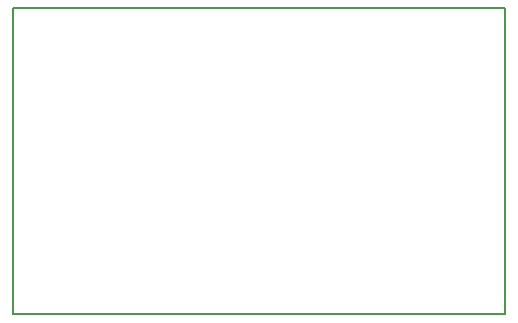
<source format=gko>
G04 #@! TF.FileFunction,Profile,NP*
%FSLAX46Y46*%
G04 Gerber Fmt 4.6, Leading zero omitted, Abs format (unit mm)*
G04 Created by KiCad (PCBNEW 4.0.1-3.201512221402+6198~38~ubuntu14.04.1-stable) date Sat 30 Jul 2016 07:16:47 PM PDT*
%MOMM*%
G01*
G04 APERTURE LIST*
%ADD10C,0.100000*%
%ADD11C,0.150000*%
G04 APERTURE END LIST*
D10*
D11*
X98044000Y-86360000D02*
X139700000Y-86360000D01*
X98044000Y-112268000D02*
X98044000Y-86360000D01*
X139700000Y-112268000D02*
X98044000Y-112268000D01*
X139700000Y-86360000D02*
X139700000Y-112268000D01*
M02*

</source>
